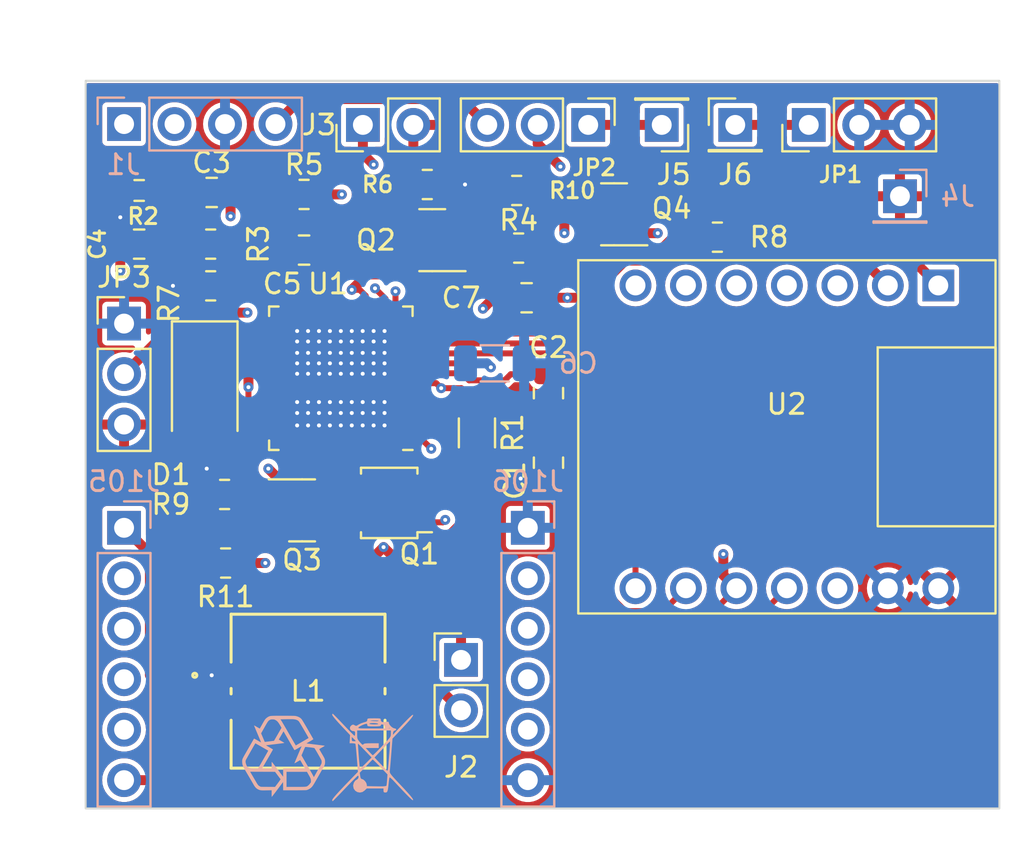
<source format=kicad_pcb>
(kicad_pcb (version 20221018) (generator pcbnew)
  (layers (0 "F.Cu" mixed) (1 "In1.Cu" power) (2 "In2.Cu" mixed) (31 "B.Cu" power) (34 "B.Paste" user) (35 "F.Paste" user) (36 "B.SilkS" user "B.Silkscreen") (37 "F.SilkS" user "F.Silkscreen") (38 "B.Mask" user) (39 "F.Mask" user) (44 "Edge.Cuts" user))
  (net 0 "")
  (net 2 "Net-(U1-SDI)")
  (net 3 "Net-(U1-SDO)")
  (net 4 "Net-(U1-SCK)")
  (net 5 "Net-(U1-NCS)")
  (net 12 "Net-(U1-LSNS1{slash}LSNS2)")
  (net 13 "Net-(U1-LSNS3{slash}LSNS4)")
  (net 22 "Net-(J105-Pin_1)")
  (net 23 "GND")
  (net 24 "Net-(Q1-G)")
  (net 25 "Net-(Q1-D)")
  (net 26 "Net-(Q2-G)")
  (net 27 "Net-(Q2-S)")
  (net 28 "Net-(Q2-D)")
  (net 29 "Net-(Q3-G)")
  (net 30 "Net-(Q3-S)")
  (net 31 "Net-(Q4-B)")
  (net 32 "Net-(Q4-E)")
  (net 33 "Net-(U1-CPO)")
  (net 34 "Net-(C3-Pad2)")
  (net 35 "Net-(C4-Pad2)")
  (net 36 "Net-(U1-INT)")
  (net 37 "Net-(U1-SW0)")
  (net 38 "/3.3V")
  (net 39 "Net-(U1-RT)")
  (net 40 "Net-(U2-PA4_A1_D1)")
  (net 41 "Net-(JP3-C)")
  (net 51 "Net-(J2-Pin_1)")
  (net 52 "Net-(J1-Pin_4)")
  (net 56 "Net-(J105-Pin_6)")
  (net 61 "Net-(D1-A1)")
  (net 62 "/OUT+")
  (net 63 "Net-(J5-Pin_1)")
  (net 64 "Net-(J6-Pin_1)")
  (net 65 "Net-(J3-Pin_1)")
  (footprint "Resistor_SMD:R_0805_2012Metric" (layer "F.Cu") (at 83.1 127.2)
    (fp_text reference "R3")
    (fp_text value "20")
  )
  (footprint "footprints:MSD7342_COC" (layer "F.Cu") (at 88 149.6999)
    (fp_text reference "L1")
    (fp_text value "MSD7342-683MLC")
  )
  (footprint "Capacitor_SMD:C_0805_2012Metric" (layer "F.Cu") (at 99 129.9)
    (fp_text reference "C7")
    (fp_text value "2.2n")
  )
  (footprint "Connector_PinHeader_2.54mm:PinHeader_1x03_P2.54mm_Vertical" (layer "F.Cu") (at 113.2 121.2 90)
    (fp_text reference "JP1")
    (fp_text value "Jumper_3_Open")
  )
  (footprint "Package_TO_SOT_SMD:SOT-23" (layer "F.Cu") (at 87.7 140.6)
    (fp_text reference "Q3")
    (fp_text value "BSS123")
  )
  (footprint "Resistor_SMD:R_0805_2012Metric" (layer "F.Cu") (at 94 124.2)
    (fp_text reference "R6")
    (fp_text value "5")
  )
  (footprint "Resistor_SMD:R_0805_2012Metric" (layer "F.Cu") (at 83.85 143.25)
    (fp_text reference "R11")
    (fp_text value "5k")
  )
  (footprint "Resistor_SMD:R_0805_2012Metric" (layer "F.Cu") (at 98.6 127.4 180)
    (fp_text reference "R4")
    (fp_text value "10k")
  )
  (footprint "Diode_SMD:D_SMA" (layer "F.Cu") (at 82.8 134.6 -90)
    (fp_text reference "D1")
    (fp_text value "SMAJ33A")
  )
  (footprint "Resistor_SMD:R_1206_3216Metric" (layer "F.Cu") (at 96.5 136.7 -90)
    (fp_text reference "R1")
    (fp_text value "0.62")
  )
  (footprint "Capacitor_SMD:C_0805_2012Metric" (layer "F.Cu") (at 87.8 127.5)
    (fp_text reference "C5")
    (fp_text value "2.2n")
  )
  (footprint "Connector_PinHeader_2.54mm:PinHeader_1x03_P2.54mm_Vertical" (layer "F.Cu") (at 102.1 121.2 -90)
    (fp_text reference "JP2")
    (fp_text value "Jumper_3_Open")
  )
  (footprint "Capacitor_SMD:C_0805_2012Metric" (layer "F.Cu") (at 79.5 127.2)
    (fp_text reference "C4")
    (fp_text value "2.2u")
  )
  (footprint "Resistor_SMD:R_0603_1608Metric" (layer "F.Cu") (at 79.5 124.5 180)
    (fp_text reference "R2")
    (fp_text value "50")
  )
  (footprint "Capacitor_SMD:C_0805_2012Metric" (layer "F.Cu") (at 83.15 124.6 180)
    (fp_text reference "C3")
    (fp_text value "0.1uF")
  )
  (footprint "Package_TO_SOT_SMD:SOT-23" (layer "F.Cu") (at 94.25 127 180)
    (fp_text reference "Q2")
    (fp_text value "BSS123")
  )
  (footprint "Connector_PinHeader_2.54mm:PinHeader_1x01_P2.54mm_Vertical" (layer "F.Cu") (at 109.5 121.2)
    (fp_text reference "J6")
    (fp_text value "Conn_01x01_Pin")
  )
  (footprint "Capacitor_SMD:C_0805_2012Metric" (layer "F.Cu") (at 100.1 134.7 90)
    (fp_text reference "C2")
    (fp_text value "1nF")
  )
  (footprint "Resistor_SMD:R_0805_2012Metric" (layer "F.Cu") (at 83.1 129.3 180)
    (fp_text reference "R7")
    (fp_text value "24.3k")
  )
  (footprint "Connector_PinHeader_2.54mm:PinHeader_1x03_P2.54mm_Vertical" (layer "F.Cu") (at 78.74 131.2)
    (fp_text reference "JP3")
    (fp_text value "Jumper_3_Open")
  )
  (footprint "Package_DFN_QFN:QFN-48-1EP_7x7mm_P0.5mm_EP5.3x5.3mm" (layer "F.Cu") (at 89.65 133.95 180)
    (fp_text reference "U1")
    (fp_text value "~")
  )
  (footprint "Resistor_SMD:R_0805_2012Metric" (layer "F.Cu") (at 108.6 126.85)
    (fp_text reference "R8")
    (fp_text value "5k")
  )
  (footprint "Connector_PinHeader_2.54mm:PinHeader_1x01_P2.54mm_Vertical" (layer "F.Cu") (at 105.8 121.2 180)
    (fp_text reference "J5")
    (fp_text value "Conn_01x01_Pin")
  )
  (footprint "Resistor_SMD:R_0805_2012Metric" (layer "F.Cu") (at 83.8 139.8 180)
    (fp_text reference "R9")
    (fp_text value "5")
  )
  (footprint "Connector_PinHeader_2.54mm:PinHeader_1x02_P2.54mm_Vertical" (layer "F.Cu") (at 95.7 148.125)
    (fp_text reference "J2")
    (fp_text value "Conn_01x02_Pin")
  )
  (footprint "Resistor_SMD:R_0805_2012Metric" (layer "F.Cu") (at 98.5 124.5)
    (fp_text reference "R10")
    (fp_text value "50k")
  )
  (footprint "Package_TO_SOT_SMD:LFPAK33" (layer "F.Cu") (at 92.285 140.226 180)
    (fp_text reference "Q1")
    (fp_text value "BUK7M45-40EX")
  )
  (footprint "Resistor_SMD:R_0805_2012Metric" (layer "F.Cu") (at 87.8 124.7)
    (fp_text reference "R5")
    (fp_text value "5k")
  )
  (footprint "Connector_PinHeader_2.54mm:PinHeader_1x02_P2.54mm_Vertical" (layer "F.Cu") (at 90.76 121.2 90)
    (fp_text reference "J3")
    (fp_text value "Conn_01x02_Pin")
  )
  (footprint "Package_TO_SOT_SMD:SOT-23" (layer "F.Cu") (at 103.4 125.7 180)
    (fp_text reference "Q4")
    (fp_text value "MMBTA06")
  )
  (footprint "Capacitor_SMD:C_0805_2012Metric" (layer "F.Cu") (at 100.1 138.2 -90)
    (fp_text reference "C1")
    (fp_text value "1uF")
  )
  (footprint "XIAO_PCB:MOUDLE14P-2.54-21X17.8MM" (layer "F.Cu") (at 112.1 136.9)
    (fp_text reference "U2")
    (fp_text value "MOUDLE-SEEEDUINO-XIAO")
  )
  (footprint "Capacitor_SMD:C_1206_3216Metric" (layer "B.Cu") (at 97.4 133.2)
    (fp_text reference "C6")
    (fp_text value "0.47u")
  )
  (footprint "Connector_PinHeader_2.54mm:PinHeader_1x04_P2.54mm_Vertical" (layer "B.Cu") (at 78.74 121.158 -90)
    (fp_text reference "J1")
    (fp_text value "Conn_01x04_Pin")
  )
  (footprint "LOGO" (layer "B.Cu") (at 86.770586 152.943258 180)
    (fp_text reference "G***" hide)
    (fp_text value "LOGO" hide)
  )
  (footprint "Connector_PinHeader_2.54mm:PinHeader_1x06_P2.54mm_Vertical" (layer "B.Cu") (at 99.06 141.478 180)
    (fp_text reference "J106")
    (fp_text value "Conn_01x06_Pin")
  )
  (footprint "Connector_PinHeader_2.54mm:PinHeader_1x01_P2.54mm_Vertical" (layer "B.Cu") (at 117.79 124.79 180)
    (fp_text reference "J4")
    (fp_text value "Conn_01x01_Pin")
  )
  (footprint "Connector_PinHeader_2.54mm:PinHeader_1x06_P2.54mm_Vertical" (layer "B.Cu") (at 78.74 141.478 180)
    (fp_text reference "J105")
    (fp_text value "Conn_01x06_Pin")
  )
  (footprint "LOGO" (layer "B.Cu") (at 91.32 152.39 180)
    (fp_text reference "G***" hide)
    (fp_text value "LOGO" hide)
  )
  (gr_rect (start 76.81 118.98) (end 122.79 155.6) (stroke (width 0.1)) (fill none) (layer "Edge.Cuts"))
  (segment (start 102.203553 133.624871) (end 101.278682 132.7) (width 0.3) (layer "F.Cu") (net 2))
  (segment (start 103.559341 146.67) (end 109.95 146.67) (width 0.3) (layer "F.Cu") (net 2))
  (segment (start 109.95 146.67) (end 112.1 144.52) (width 0.3) (layer "F.Cu") (net 2))
  (segment (start 102.203553 145.314212) (end 103.559341 146.67) (width 0.3) (layer "F.Cu") (net 2))
  (segment (start 102.203553 133.624871) (end 102.203553 145.314212) (width 0.3) (layer "F.Cu") (net 2))
  (segment (start 101.278682 132.7) (end 93.1 132.7) (width 0.3) (layer "F.Cu") (net 2))
  (segment (start 102.703553 133.417765) (end 102.703553 145.107106) (width 0.3) (layer "F.Cu") (net 3))
  (segment (start 84.7625 143.25) (end 85.85 143.25) (width 0.5) (layer "F.Cu") (net 3))
  (segment (start 103.766447 146.17) (end 107.91 146.17) (width 0.3) (layer "F.Cu") (net 3))
  (segment (start 102.703553 145.107106) (end 103.766447 146.17) (width 0.3) (layer "F.Cu") (net 3))
  (segment (start 108.9 143.86) (end 109.56 144.52) (width 0.5) (layer "F.Cu") (net 3))
  (segment (start 107.91 146.17) (end 109.56 144.52) (width 0.3) (layer "F.Cu") (net 3))
  (segment (start 108.9 143.86) (end 108.9 142.8) (width 0.5) (layer "F.Cu") (net 3))
  (segment (start 101.485788 132.2) (end 102.703553 133.417765) (width 0.3) (layer "F.Cu") (net 3))
  (segment (start 93.1 132.2) (end 101.485788 132.2) (width 0.3) (layer "F.Cu") (net 3))
  (via (at 108.9 142.8) (size 0.5) (drill 0.2) (layers "F.Cu" "B.Cu") (net 3))
  (via (at 85.85 143.25) (size 0.5) (drill 0.2) (layers "F.Cu" "B.Cu") (net 3))
  (segment (start 103.203553 133.210659) (end 103.203553 144.9) (width 0.3) (layer "F.Cu") (net 4))
  (segment (start 93.1 131.7) (end 101.692894 131.7) (width 0.3) (layer "F.Cu") (net 4))
  (segment (start 105.87 145.67) (end 107.02 144.52) (width 0.3) (layer "F.Cu") (net 4))
  (segment (start 103.973553 145.67) (end 105.87 145.67) (width 0.3) (layer "F.Cu") (net 4))
  (segment (start 107.02 144.52) (end 106.58 144.52) (width 0.5) (layer "F.Cu") (net 4))
  (segment (start 101.692894 131.7) (end 103.203553 133.210659) (width 0.3) (layer "F.Cu") (net 4))
  (segment (start 103.203553 144.9) (end 103.973553 145.67) (width 0.3) (layer "F.Cu") (net 4))
  (segment (start 104.48 133.78) (end 101.9 131.2) (width 0.3) (layer "F.Cu") (net 5))
  (segment (start 93.1 131.2) (end 101.9 131.2) (width 0.3) (layer "F.Cu") (net 5))
  (segment (start 104.48 144.52) (end 104.48 133.78) (width 0.3) (layer "F.Cu") (net 5))
  (segment (start 86.2 132.2) (end 86.2 132.7) (width 0.3) (layer "F.Cu") (net 12))
  (segment (start 86.2 132.7) (end 86.2 133.2) (width 0.3) (layer "F.Cu") (net 12))
  (segment (start 86.2 133.7) (end 86.2 134.2) (width 0.3) (layer "F.Cu") (net 13))
  (segment (start 86.2 134.7) (end 86.2 134.2) (width 0.3) (layer "F.Cu") (net 13))
  (segment (start 81.65 150.5) (end 80.04 148.89) (width 0.5) (layer "F.Cu") (net 22))
  (segment (start 85.0282 150.5) (end 81.65 150.5) (width 0.5) (layer "F.Cu") (net 22))
  (segment (start 80.04 148.89) (end 80.04 142.778) (width 0.5) (layer "F.Cu") (net 22))
  (segment (start 80.04 142.778) (end 78.74 141.478) (width 0.5) (layer "F.Cu") (net 22))
  (segment (start 82.1875 129.3) (end 81.2 129.3) (width 0.5) (layer "F.Cu") (net 23))
  (segment (start 82.9 136.7) (end 82.8 136.6) (width 0.5) (layer "F.Cu") (net 23))
  (segment (start 78.5875 125.8125) (end 78.55 125.85) (width 0.5) (layer "F.Cu") (net 23))
  (segment (start 83.1502 148.8998) (end 83.15 148.9) (width 0.5) (layer "F.Cu") (net 23))
  (segment (start 100.1 139.15) (end 98.85 139.15) (width 0.5) (layer "F.Cu") (net 23))
  (segment (start 78.5875 124.6) (end 78.5875 125.8125) (width 0.5) (layer "F.Cu") (net 23))
  (segment (start 82.8875 139.8) (end 82.8875 138.5125) (width 0.5) (layer "F.Cu") (net 23))
  (segment (start 88.4 131.425) (end 88.55 131.575) (width 0.3) (layer "F.Cu") (net 23))
  (segment (start 94.9125 124.2) (end 95.9 124.2) (width 0.5) (layer "F.Cu") (net 23))
  (segment (start 86.9 130.5) (end 86.9 131.025) (width 0.3) (layer "F.Cu") (net 23))
  (segment (start 86.2 131.2) (end 87.075 131.2) (width 0.3) (layer "F.Cu") (net 23))
  (segment (start 86.2 131.7) (end 87.325 131.7) (width 0.3) (layer "F.Cu") (net 23))
  (segment (start 82.8875 138.5125) (end 82.9 138.5) (width 0.5) (layer "F.Cu") (net 23))
  (segment (start 87.325 131.7) (end 87.45 131.575) (width 0.3) (layer "F.Cu") (net 23))
  (segment (start 85.0282 148.8998) (end 83.1502 148.8998) (width 0.5) (layer "F.Cu") (net 23))
  (segment (start 98.85 139.15) (end 98.7 139) (width 0.5) (layer "F.Cu") (net 23))
  (segment (start 82.8 138.4) (end 82.9 138.5) (width 0.5) (layer "F.Cu") (net 23))
  (segment (start 87.075 131.2) (end 87.45 131.575) (width 0.3) (layer "F.Cu") (net 23))
  (segment (start 82.8 136.6) (end 82.8 138.4) (width 0.5) (layer "F.Cu") (net 23))
  (segment (start 86.9 131.025) (end 87.075 131.2) (width 0.3) (layer "F.Cu") (net 23))
  (segment (start 88.4 130.5) (end 88.4 131.425) (width 0.3) (layer "F.Cu") (net 23))
  (via (at 88.55 135.7) (size 0.5) (drill 0.2) (layers "F.Cu" "B.Cu") (net 23))
  (via (at 91.3 131.575) (size 0.5) (drill 0.2) (layers "F.Cu" "B.Cu") (net 23))
  (via (at 87.45 131.575) (size 0.5) (drill 0.2) (layers "F.Cu" "B.Cu") (net 23))
  (via (at 91.85 131.575) (size 0.5) (drill 0.2) (layers "F.Cu" "B.Cu") (net 23))
  (via (at 89.1 136.325) (size 0.5) (drill 0.2) (layers "F.Cu" "B.Cu") (net 23))
  (via (at 90.75 135.15) (size 0.5) (drill 0.2) (layers "F.Cu" "B.Cu") (net 23))
  (via (at 89.65 136.325) (size 0.5) (drill 0.2) (layers "F.Cu" "B.Cu") (net 23))
  (via (at 88 132.675) (size 0.5) (drill 0.2) (layers "F.Cu" "B.Cu") (net 23))
  (via (at 91.85 136.325) (size 0.5) (drill 0.2) (layers "F.Cu" "B.Cu") (net 23))
  (via (at 87.45 135.7) (size 0.5) (drill 0.2) (layers "F.Cu" "B.Cu") (net 23))
  (via (at 90.2 132.1) (size 0.5) (drill 0.2) (layers "F.Cu" "B.Cu") (net 23))
  (via (at 89.65 135.15) (size 0.5) (drill 0.2) (layers "F.Cu" "B.Cu") (net 23))
  (via (at 87.45 133.2) (size 0.5) (drill 0.2) (layers "F.Cu" "B.Cu") (net 23))
  (via (at 91.3 132.675) (size 0.5) (drill 0.2) (layers "F.Cu" "B.Cu") (net 23))
  (via (at 88 135.7) (size 0.5) (drill 0.2) (layers "F.Cu" "B.Cu") (net 23))
  (via (at 87.45 133.725) (size 0.5) (drill 0.2) (layers "F.Cu" "B.Cu") (net 23))
  (via (at 91.3 133.725) (size 0.5) (drill 0.2) (layers "F.Cu" "B.Cu") (net 23))
  (via (at 88 136.325) (size 0.5) (drill 0.2) (layers "F.Cu" "B.Cu") (net 23))
  (via (at 88 132.1) (size 0.5) (drill 0.2) (layers "F.Cu" "B.Cu") (net 23))
  (via (at 91.3 132.1) (size 0.5) (drill 0.2) (layers "F.Cu" "B.Cu") (net 23))
  (via (at 91.3 133.2) (size 0.5) (drill 0.2) (layers "F.Cu" "B.Cu") (net 23))
  (via (at 87.45 132.1) (size 0.5) (drill 0.2) (layers "F.Cu" "B.Cu") (net 23))
  (via (at 78.55 125.85) (size 0.5) (drill 0.2) (layers "F.Cu" "B.Cu") (net 23))
  (via (at 87.45 132.675) (size 0.5) (drill 0.2) (layers "F.Cu" "B.Cu") (net 23))
  (via (at 81.2 129.3) (size 0.5) (drill 0.2) (layers "F.Cu" "B.Cu") (net 23))
  (via (at 87.45 135.15) (size 0.5) (drill 0.2) (layers "F.Cu" "B.Cu") (net 23))
  (via (at 89.1 132.675) (size 0.5) (drill 0.2) (layers "F.Cu" "B.Cu") (net 23))
  (via (at 89.1 132.1) (size 0.5) (drill 0.2) (layers "F.Cu" "B.Cu") (net 23))
  (via (at 90.75 136.325) (size 0.5) (drill 0.2) (layers "F.Cu" "B.Cu") (net 23))
  (via (at 91.85 132.1) (size 0.5) (drill 0.2) (layers "F.Cu" "B.Cu") (net 23))
  (via (at 90.75 132.675) (size 0.5) (drill 0.2) (layers "F.Cu" "B.Cu") (net 23))
  (via (at 91.3 135.7) (size 0.5) (drill 0.2) (layers "F.Cu" "B.Cu") (net 23))
  (via (at 91.3 136.325) (size 0.5) (drill 0.2) (layers "F.Cu" "B.Cu") (net 23))
  (via (at 87.45 136.325) (size 0.5) (drill 0.2) (layers "F.Cu" "B.Cu") (net 23))
  (via (at 91.85 132.675) (size 0.5) (drill 0.2) (layers "F.Cu" "B.Cu") (net 23))
  (via (at 98.7 139) (size 0.5) (drill 0.2) (layers "F.Cu" "B.Cu") (net 23))
  (via (at 88 133.725) (size 0.5) (drill 0.2) (layers "F.Cu" "B.Cu") (net 23))
  (via (at 91.85 133.725) (size 0.5) (drill 0.2) (layers "F.Cu" "B.Cu") (net 23))
  (via (at 88.55 135.15) (size 0.5) (drill 0.2) (layers "F.Cu" "B.Cu") (net 23))
  (via (at 90.75 132.1) (size 0.5) (drill 0.2) (layers "F.Cu" "B.Cu") (net 23))
  (via (at 83.15 148.9) (size 0.5) (drill 0.2) (layers "F.Cu" "B.Cu") (net 23))
  (via (at 89.65 133.2) (size 0.5) (drill 0.2) (layers "F.Cu" "B.Cu") (net 23))
  (via (at 91.3 135.15) (size 0.5) (drill 0.2) (layers "F.Cu" "B.Cu") (net 23))
  (via (at 91.85 135.7) (size 0.5) (drill 0.2) (layers "F.Cu" "B.Cu") (net 23))
  (via (at 90.75 133.2) (size 0.5) (drill 0.2) (layers "F.Cu" "B.Cu") (net 23))
  (via (at 88.55 131.575) (size 0.5) (drill 0.2) (layers "F.Cu" "B.Cu") (net 23))
  (via (at 90.2 132.675) (size 0.5) (drill 0.2) (layers "F.Cu" "B.Cu") (net 23))
  (via (at 88.55 136.325) (size 0.5) (drill 0.2) (layers "F.Cu" "B.Cu") (net 23))
  (via (at 91.85 133.2) (size 0.5) (drill 0.2) (layers "F.Cu" "B.Cu") (net 23))
  (via (at 90.2 133.2) (size 0.5) (drill 0.2) (layers "F.Cu" "B.Cu") (net 23))
  (via (at 88.55 132.675) (size 0.5) (drill 0.2) (layers "F.Cu" "B.Cu") (net 23))
  (via (at 90.75 135.7) (size 0.5) (drill 0.2) (layers "F.Cu" "B.Cu") (net 23))
  (via (at 89.1 133.725) (size 0.5) (drill 0.2) (layers "F.Cu" "B.Cu") (net 23))
  (via (at 89.1 131.575) (size 0.5) (drill 0.2) (layers "F.Cu" "B.Cu") (net 23))
  (via (at 88 131.575) (size 0.5) (drill 0.2) (layers "F.Cu" "B.Cu") (net 23))
  (via (at 89.65 132.1) (size 0.5) (drill 0.2) (layers "F.Cu" "B.Cu") (net 23))
  (via (at 90.75 131.575) (size 0.5) (drill 0.2) (layers "F.Cu" "B.Cu") (net 23))
  (via (at 82.9 138.5) (size 0.5) (drill 0.2) (layers "F.Cu" "B.Cu") (net 23))
  (via (at 95.9 124.2) (size 0.5) (drill 0.2) (layers "F.Cu" "B.Cu") (net 23))
  (via (at 89.1 135.7) (size 0.5) (drill 0.2) (layers "F.Cu" "B.Cu") (net 23))
  (via (at 88 135.15) (size 0.5) (drill 0.2) (layers "F.Cu" "B.Cu") (net 23))
  (via (at 88.55 133.725) (size 0.5) (drill 0.2) (layers "F.Cu" "B.Cu") (net 23))
  (via (at 90.2 133.725) (size 0.5) (drill 0.2) (layers "F.Cu" "B.Cu") (net 23))
  (via (at 90.2 135.7) (size 0.5) (drill 0.2) (layers "F.Cu" "B.Cu") (net 23))
  (via (at 91.85 135.15) (size 0.5) (drill 0.2) (layers "F.Cu" "B.Cu") (net 23))
  (via (at 89.65 132.675) (size 0.5) (drill 0.2) (layers "F.Cu" "B.Cu") (net 23))
  (via (at 89.65 135.7) (size 0.5) (drill 0.2) (layers "F.Cu" "B.Cu") (net 23))
  (via (at 90.2 135.15) (size 0.5) (drill 0.2) (layers "F.Cu" "B.Cu") (net 23))
  (via (at 90.2 131.575) (size 0.5) (drill 0.2) (layers "F.Cu" "B.Cu") (net 23))
  (via (at 89.65 133.725) (size 0.5) (drill 0.2) (layers "F.Cu" "B.Cu") (net 23))
  (via (at 90.75 133.725) (size 0.5) (drill 0.2) (layers "F.Cu" "B.Cu") (net 23))
  (via (at 88 133.2) (size 0.5) (drill 0.2) (layers "F.Cu" "B.Cu") (net 23))
  (via (at 89.65 131.575) (size 0.5) (drill 0.2) (layers "F.Cu" "B.Cu") (net 23))
  (via (at 89.1 133.2) (size 0.5) (drill 0.2) (layers "F.Cu" "B.Cu") (net 23))
  (via (at 90.2 136.325) (size 0.5) (drill 0.2) (layers "F.Cu" "B.Cu") (net 23))
  (via (at 88.55 133.2) (size 0.5) (drill 0.2) (layers "F.Cu" "B.Cu") (net 23))
  (via (at 88.55 132.1) (size 0.5) (drill 0.2) (layers "F.Cu" "B.Cu") (net 23))
  (via (at 89.1 135.15) (size 0.5) (drill 0.2) (layers "F.Cu" "B.Cu") (net 23))
  (segment (start 94.085788 136.2) (end 93.1 136.2) (width 0.3) (layer "F.Cu") (net 24))
  (segment (start 94.649 139.251) (end 95.1 138.8) (width 0.3) (layer "F.Cu") (net 24))
  (segment (start 93.82 139.251) (end 93.85 139.221) (width 0.3) (layer "F.Cu") (net 24))
  (segment (start 95.1 137.214212) (end 94.085788 136.2) (width 0.3) (layer "F.Cu") (net 24))
  (segment (start 93.82 139.251) (end 94.649 139.251) (width 0.3) (layer "F.Cu") (net 24))
  (segment (start 95.1 138.8) (end 95.1 137.214212) (width 0.3) (layer "F.Cu") (net 24))
  (segment (start 95.12131 141.851) (end 96.5 140.47231) (width 0.5) (layer "F.Cu") (net 25))
  (segment (start 92.955 141.851) (end 95.12131 141.851) (width 0.5) (layer "F.Cu") (net 25))
  (segment (start 91.88 140.226) (end 91.88 140.776) (width 0.5) (layer "F.Cu") (net 25))
  (segment (start 96.5 137.5) (end 96.1 137.1) (width 0.3) (layer "F.Cu") (net 25))
  (segment (start 94.292894 135.7) (end 93.1 135.7) (width 0.3) (layer "F.Cu") (net 25))
  (segment (start 91.88 140.776) (end 92.955 141.851) (width 0.5) (layer "F.Cu") (net 25))
  (segment (start 96.1 137.1) (end 95.692894 137.1) (width 0.3) (layer "F.Cu") (net 25))
  (segment (start 95.692894 137.1) (end 94.292894 135.7) (width 0.3) (layer "F.Cu") (net 25))
  (segment (start 96.5 138.1625) (end 96.5 137.5) (width 0.3) (layer "F.Cu") (net 25))
  (segment (start 96.5 140.47231) (end 96.5 138.1625) (width 0.5) (layer "F.Cu") (net 25))
  (segment (start 88.75 127.5) (end 89.9 127.5) (width 0.5) (layer "F.Cu") (net 26))
  (segment (start 95.7375 127.4) (end 97.6875 127.4) (width 0.5) (layer "F.Cu") (net 26))
  (segment (start 95.1875 127.95) (end 95.7375 127.4) (width 0.5) (layer "F.Cu") (net 26))
  (segment (start 95.1875 127.95) (end 90.35 127.95) (width 0.5) (layer "F.Cu") (net 26))
  (segment (start 97.6875 127.1) (end 97.425 127.1) (width 0.5) (layer "F.Cu") (net 26))
  (segment (start 90.35 127.95) (end 89.9 127.5) (width 0.5) (layer "F.Cu") (net 26))
  (segment (start 93.65 126.05) (end 93.0875 125.4875) (width 0.5) (layer "F.Cu") (net 27))
  (segment (start 93.0875 125.4875) (end 93.0875 124.2) (width 0.5) (layer "F.Cu") (net 27))
  (segment (start 95.1875 126.05) (end 93.65 126.05) (width 0.5) (layer "F.Cu") (net 27))
  (segment (start 87.1 126.1) (end 89.66005 126.1) (width 0.5) (layer "F.Cu") (net 28))
  (segment (start 86.85 127.5) (end 86.85 126.35) (width 0.5) (layer "F.Cu") (net 28))
  (segment (start 93.3125 127) (end 90.56005 127) (width 0.5) (layer "F.Cu") (net 28))
  (segment (start 85.2 127.2) (end 85.5 127.5) (width 0.5) (layer "F.Cu") (net 28))
  (segment (start 86.85 126.35) (end 87.1 126.1) (width 0.5) (layer "F.Cu") (net 28))
  (segment (start 84.0125 127.2) (end 85.2 127.2) (width 0.5) (layer "F.Cu") (net 28))
  (segment (start 90.56005 127) (end 89.66005 126.1) (width 0.5) (layer "F.Cu") (net 28))
  (segment (start 85.5 127.5) (end 86.85 127.5) (width 0.5) (layer "F.Cu") (net 28))
  (segment (start 86.7625 139.2625) (end 86 138.5) (width 0.5) (layer "F.Cu") (net 29))
  (segment (start 105.209949 128.03) (end 106.389949 126.85) (width 0.5) (layer "F.Cu") (net 29))
  (segment (start 86.7625 139.65) (end 86.55 139.65) (width 0.5) (layer "F.Cu") (net 29))
  (segment (start 99.95 129.9) (end 101.05 129.9) (width 0.5) (layer "F.Cu") (net 29))
  (segment (start 106.389949 126.85) (end 107.6875 126.85) (width 0.5) (layer "F.Cu") (net 29))
  (segment (start 102.092233 129.9) (end 103.962233 128.03) (width 0.5) (layer "F.Cu") (net 29))
  (segment (start 86.7625 139.65) (end 86.7625 139.2625) (width 0.5) (layer "F.Cu") (net 29))
  (segment (start 103.962233 128.03) (end 105.209949 128.03) (width 0.5) (layer "F.Cu") (net 29))
  (segment (start 101.05 129.9) (end 102.092233 129.9) (width 0.5) (layer "F.Cu") (net 29))
  (via (at 101.05 129.9) (size 0.5) (drill 0.2) (layers "F.Cu" "B.Cu") (net 29))
  (via (at 86 138.5) (size 0.5) (drill 0.2) (layers "F.Cu" "B.Cu") (net 29))
  (segment (start 84.7125 139.8) (end 84.7125 141.2125) (width 0.5) (layer "F.Cu") (net 30))
  (segment (start 84.7125 141.2125) (end 85.05 141.55) (width 0.5) (layer "F.Cu") (net 30))
  (segment (start 85.05 141.55) (end 86.7625 141.55) (width 0.5) (layer "F.Cu") (net 30))
  (segment (start 100.9 125) (end 100.9 126.65) (width 0.5) (layer "F.Cu") (net 31))
  (segment (start 100.4 124.5) (end 100.9 125) (width 0.5) (layer "F.Cu") (net 31))
  (segment (start 105.6 126.65) (end 104.3375 126.65) (width 0.5) (layer "F.Cu") (net 31))
  (segment (start 99.4125 124.5) (end 100.4 124.5) (width 0.5) (layer "F.Cu") (net 31))
  (via (at 100.9 126.65) (size 0.5) (drill 0.2) (layers "F.Cu" "B.Cu") (net 31))
  (via (at 105.6 126.65) (size 0.5) (drill 0.2) (layers "F.Cu" "B.Cu") (net 31))
  (segment (start 119.72 129.28) (end 117.74 127.3) (width 0.5) (layer "F.Cu") (net 32))
  (segment (start 116.18995 127.3) (end 114.43995 125.55) (width 0.5) (layer "F.Cu") (net 32))
  (segment (start 107.752082 124.75) (end 108.552082 125.55) (width 0.5) (layer "F.Cu") (net 32))
  (segment (start 114.43995 125.55) (end 108.552082 125.55) (width 0.5) (layer "F.Cu") (net 32))
  (segment (start 117.74 127.3) (end 116.18995 127.3) (width 0.5) (layer "F.Cu") (net 32))
  (segment (start 104.3375 124.75) (end 107.752082 124.75) (width 0.5) (layer "F.Cu") (net 32))
  (segment (start 96.105 134.055) (end 97.895 134.055) (width 0.3) (layer "F.Cu") (net 33))
  (segment (start 97.895 134.055) (end 98.2 133.75) (width 0.3) (layer "F.Cu") (net 33))
  (segment (start 95.75 133.7) (end 96.105 134.055) (width 0.3) (layer "F.Cu") (net 33))
  (segment (start 98.2 133.75) (end 100.1 133.75) (width 0.3) (layer "F.Cu") (net 33))
  (segment (start 93.1 133.7) (end 95.75 133.7) (width 0.3) (layer "F.Cu") (net 33))
  (segment (start 80.4125 124.6) (end 82.2 124.6) (width 0.5) (layer "F.Cu") (net 34))
  (segment (start 82.1875 127.2) (end 80.45 127.2) (width 0.5) (layer "F.Cu") (net 35))
  (segment (start 97 133.2) (end 93.1 133.2) (width 0.3) (layer "F.Cu") (net 36))
  (segment (start 97.2 133.4) (end 97 133.2) (width 0.3) (layer "F.Cu") (net 36))
  (via (at 97.2 133.4) (size 0.5) (drill 0.2) (layers "F.Cu" "B.Cu") (net 36))
  (segment (start 97 133.2) (end 97.2 133.4) (width 0.5) (layer "B.Cu") (net 36))
  (segment (start 95.925 133.2) (end 97 133.2) (width 0.5) (layer "B.Cu") (net 36))
  (segment (start 90.975 128.725) (end 90.2 129.5) (width 0.5) (layer "F.Cu") (net 37))
  (segment (start 90.6 129.5) (end 90.2 129.5) (width 0.3) (layer "F.Cu") (net 37))
  (segment (start 88.7125 124.7) (end 89.7 124.7) (width 0.5) (layer "F.Cu") (net 37))
  (segment (start 99.5125 127.4) (end 98.1875 128.725) (width 0.5) (layer "F.Cu") (net 37))
  (segment (start 90.9 129.8) (end 90.6 129.5) (width 0.3) (layer "F.Cu") (net 37))
  (segment (start 98.1875 128.725) (end 90.975 128.725) (width 0.5) (layer "F.Cu") (net 37))
  (segment (start 90.9 129.8) (end 90.9 130.5) (width 0.3) (layer "F.Cu") (net 37))
  (segment (start 99.5125 127.0125) (end 99.5125 127.1) (width 0.5) (layer "F.Cu") (net 37))
  (via (at 90.2 129.5) (size 0.5) (drill 0.2) (layers "F.Cu" "B.Cu") (net 37))
  (via (at 89.7 124.7) (size 0.5) (drill 0.2) (layers "F.Cu" "B.Cu") (net 37))
  (segment (start 87.7 129.3) (end 87.9 129.5) (width 0.5) (layer "F.Cu") (net 39))
  (segment (start 87.9 130.5) (end 87.9 129.873482) (width 0.3) (layer "F.Cu") (net 39))
  (segment (start 87.9 129.5) (end 87.9 129.873482) (width 0.5) (layer "F.Cu") (net 39))
  (segment (start 84.0125 129.3) (end 87.7 129.3) (width 0.5) (layer "F.Cu") (net 39))
  (segment (start 109.5125 126.85) (end 114.75 126.85) (width 0.5) (layer "F.Cu") (net 40))
  (segment (start 114.75 126.85) (end 117.18 129.28) (width 0.5) (layer "F.Cu") (net 40))
  (segment (start 92.4 130.5) (end 92.4 129.575) (width 0.3) (layer "F.Cu") (net 41))
  (segment (start 81.83 130.65) (end 84.95 130.65) (width 0.5) (layer "F.Cu") (net 41))
  (segment (start 78.74 133.74) (end 81.83 130.65) (width 0.5) (layer "F.Cu") (net 41))
  (via (at 84.95 130.65) (size 0.5) (drill 0.2) (layers "F.Cu" "B.Cu") (net 41))
  (via (at 92.4 129.575) (size 0.5) (drill 0.2) (layers "F.Cu" "B.Cu") (net 41))
  (segment (start 99.4 128.55) (end 101.6 128.55) (width 0.5) (layer "F.Cu") (net 51))
  (segment (start 102.4625 127.6875) (end 102.4625 125.7) (width 0.5) (layer "F.Cu") (net 51))
  (segment (start 89.15 143.15) (end 91.1 143.15) (width 0.5) (layer "F.Cu") (net 51))
  (segment (start 98.05 129.9) (end 97.35 129.9) (width 0.5) (layer "F.Cu") (net 51))
  (segment (start 88.6375 140.6) (end 88.6375 142.6375) (width 0.5) (layer "F.Cu") (net 51))
  (segment (start 91.8 142.45) (end 95.7 146.35) (width 0.5) (layer "F.Cu") (net 51))
  (segment (start 95.7 146.35) (end 95.7 148.125) (width 0.5) (layer "F.Cu") (net 51))
  (segment (start 97.35 129.9) (end 96.8 130.45) (width 0.5) (layer "F.Cu") (net 51))
  (segment (start 88.6375 142.6375) (end 89.15 143.15) (width 0.5) (layer "F.Cu") (net 51))
  (segment (start 101.6 128.55) (end 102.4625 127.6875) (width 0.5) (layer "F.Cu") (net 51))
  (segment (start 98.25 129.8) (end 98.35 129.7) (width 0.3) (layer "F.Cu") (net 51))
  (segment (start 98.05 129.9) (end 99.4 128.55) (width 0.5) (layer "F.Cu") (net 51))
  (segment (start 91.1 143.15) (end 91.8 142.45) (width 0.5) (layer "F.Cu") (net 51))
  (via (at 91.8 142.45) (size 0.5) (drill 0.2) (layers "F.Cu" "B.Cu") (net 51))
  (via (at 96.8 130.45) (size 0.5) (drill 0.2) (layers "F.Cu" "B.Cu") (net 51))
  (segment (start 95.72 119.9) (end 87.618 119.9) (width 0.5) (layer "F.Cu") (net 52))
  (segment (start 87.618 119.9) (end 86.36 121.158) (width 0.5) (layer "F.Cu") (net 52))
  (segment (start 97.02 121.2) (end 95.72 119.9) (width 0.5) (layer "F.Cu") (net 52))
  (segment (start 80.478 154.178) (end 78.74 154.178) (width 0.5) (layer "F.Cu") (net 56))
  (segment (start 90.9718 154.0782) (end 90.75 154.3) (width 0.5) (layer "F.Cu") (net 56))
  (segment (start 90.9718 150.5) (end 90.9718 154.0782) (width 0.5) (layer "F.Cu") (net 56))
  (segment (start 80.6 154.3) (end 80.478 154.178) (width 0.5) (layer "F.Cu") (net 56))
  (segment (start 90.75 154.3) (end 80.6 154.3) (width 0.5) (layer "F.Cu") (net 56))
  (segment (start 84.4 132.6) (end 85 133.2) (width 0.5) (layer "F.Cu") (net 61))
  (segment (start 85 133.2) (end 85 134.4) (width 0.5) (layer "F.Cu") (net 61))
  (segment (start 86.2 136.7) (end 86.2 136.2) (width 0.3) (layer "F.Cu") (net 61))
  (segment (start 87.9 137.885096) (end 87.635096 138.15) (width 0.3) (layer "F.Cu") (net 61))
  (segment (start 96.5 135.2375) (end 96.5 136.1) (width 0.3) (layer "F.Cu") (net 61))
  (segment (start 86.2 137.7) (end 86.2 136.7) (width 0.3) (layer "F.Cu") (net 61))
  (segment (start 88.664904 138.15) (end 88.4 137.885096) (width 0.3) (layer "F.Cu") (net 61))
  (segment (start 91.635096 138.15) (end 90.664904 138.15) (width 0.3) (layer "F.Cu") (net 61))
  (segment (start 98.45 135.65) (end 100.1 135.65) (width 0.5) (layer "F.Cu") (net 61))
  (segment (start 86.65 138.15) (end 86.2 137.7) (width 0.3) (layer "F.Cu") (net 61))
  (segment (start 94.5 135.2) (end 93.1 135.2) (width 0.3) (layer "F.Cu") (net 61))
  (segment (start 92.4 137.4) (end 91.9 137.4) (width 0.3) (layer "F.Cu") (net 61))
  (segment (start 88.4 137.885096) (end 88.4 137.4) (width 0.3) (layer "F.Cu") (net 61))
  (segment (start 89.9 137.4) (end 89.9 137.885096) (width 0.3) (layer "F.Cu") (net 61))
  (segment (start 85.714904 136.2) (end 85 135.485096) (width 0.3) (layer "F.Cu") (net 61))
  (segment (start 82.8 132.6) (end 84.4 132.6) (width 0.5) (layer "F.Cu") (net 61))
  (segment (start 95.6 136.3) (end 94.5 135.2) (width 0.3) (layer "F.Cu") (net 61))
  (segment (start 98.2 135.4) (end 98.45 135.65) (width 0.5) (layer "F.Cu") (net 61))
  (segment (start 98.2 135.4) (end 96.6625 135.4) (width 0.5) (layer "F.Cu") (net 61))
  (segment (start 91.9 137.885096) (end 91.635096 138.15) (width 0.3) (layer "F.Cu") (net 61))
  (segment (start 86.2 136.2) (end 85.714904 136.2) (width 0.3) (layer "F.Cu") (net 61))
  (segment (start 89.635096 138.15) (end 88.664904 138.15) (width 0.3) (layer "F.Cu") (net 61))
  (segment (start 93.1 134.2) (end 94.45 134.2) (width 0.3) (layer "F.Cu") (net 61))
  (segment (start 87.635096 138.15) (end 86.65 138.15) (width 0.3) (layer "F.Cu") (net 61))
  (segment (start 96.5 136.1) (end 96.3 136.3) (width 0.3) (layer "F.Cu") (net 61))
  (segment (start 87.9 137.4) (end 87.9 137.885096) (width 0.3) (layer "F.Cu") (net 61))
  (segment (start 89.9 137.885096) (end 89.635096 138.15) (width 0.3) (layer "F.Cu") (net 61))
  (segment (start 100.1 137.25) (end 100.1 135.65) (width 0.5) (layer "F.Cu") (net 61))
  (segment (start 91.9 137.4) (end 91.9 137.885096) (width 0.3) (layer "F.Cu") (net 61))
  (segment (start 90.664904 138.15) (end 90.4 137.885096) (width 0.3) (layer "F.Cu") (net 61))
  (segment (start 99.56 122.16) (end 100.7 123.3) (width 0.5) (layer "F.Cu") (net 61))
  (segment (start 96.3 136.3) (end 95.6 136.3) (width 0.3) (layer "F.Cu") (net 61))
  (segment (start 85 135.485096) (end 85 134.4) (width 0.3) (layer "F.Cu") (net 61))
  (segment (start 88.4 137.4) (end 87.9 137.4) (width 0.3) (layer "F.Cu") (net 61))
  (segment (start 96.6625 135.4) (end 96.5 135.2375) (width 0.5) (layer "F.Cu") (net 61))
  (segment (start 90.4 137.885096) (end 90.4 137.4) (width 0.3) (layer "F.Cu") (net 61))
  (segment (start 90.4 137.4) (end 89.9 137.4) (width 0.3) (layer "F.Cu") (net 61))
  (segment (start 99.56 121.2) (end 99.56 122.16) (width 0.5) (layer "F.Cu") (net 61))
  (segment (start 94.45 134.2) (end 94.7 134.45) (width 0.3) (layer "F.Cu") (net 61))
  (segment (start 95.7125 134.45) (end 96.5 135.2375) (width 0.3) (layer "F.Cu") (net 61))
  (segment (start 94.7 134.45) (end 95.7125 134.45) (width 0.3) (layer "F.Cu") (net 61))
  (via (at 85 134.4) (size 0.5) (drill 0.2) (layers "F.Cu" "B.Cu") (net 61))
  (via (at 94.7 134.45) (size 0.5) (drill 0.2) (layers "F.Cu" "B.Cu") (net 61))
  (via (at 100.7 123.3) (size 0.5) (drill 0.2) (layers "F.Cu" "B.Cu") (net 61))
  (segment (start 93.9348 148.8998) (end 95.7 150.665) (width 0.5) (layer "F.Cu") (net 62))
  (segment (start 78.55 127.2) (end 78.55 128.55) (width 0.5) (layer "F.Cu") (net 62))
  (segment (start 90.9718 148.8998) (end 93.9348 148.8998) (width 0.5) (layer "F.Cu") (net 62))
  (segment (start 93.82 140.551) (end 93.82 139.901) (width 0.3) (layer "F.Cu") (net 62))
  (segment (start 93.4 136.7) (end 94.2 137.5) (width 0.3) (layer "F.Cu") (net 62))
  (segment (start 93.82 141.201) (end 93.82 140.551) (width 0.3) (layer "F.Cu") (net 62))
  (segment (start 84.1 124.6) (end 84.1 125.8) (width 0.5) (layer "F.Cu") (net 62))
  (segment (start 94.78136 141.201) (end 94.90368 141.07868) (width 0.3) (layer "F.Cu") (net 62))
  (segment (start 93.82 141.201) (end 94.78136 141.201) (width 0.3) (layer "F.Cu") (net 62))
  (segment (start 93.1 136.7) (end 93.4 136.7) (width 0.3) (layer "F.Cu") (net 62))
  (via (at 94.90368 141.07868) (size 0.5) (drill 0.2) (layers "F.Cu" "B.Cu") (net 62))
  (via (at 78.55 128.55) (size 0.5) (drill 0.2) (layers "F.Cu" "B.Cu") (net 62))
  (via (at 84.1 125.8) (size 0.5) (drill 0.2) (layers "F.Cu" "B.Cu") (net 62))
  (via (at 94.2 137.5) (size 0.5) (drill 0.2) (layers "F.Cu" "B.Cu") (net 62))
  (segment (start 102.1 121.2) (end 105.8 121.2) (width 0.5) (layer "F.Cu") (net 63))
  (segment (start 109.5 121.2) (end 113.2 121.2) (width 0.5) (layer "F.Cu") (net 64))
  (segment (start 90.76 122.66) (end 91.3 123.2) (width 0.5) (layer "F.Cu") (net 65))
  (segment (start 90.76 121.2) (end 90.76 122.66) (width 0.5) (layer "F.Cu") (net 65))
  (segment (start 91.9 130.5) (end 91.9 129.955025) (width 0.3) (layer "F.Cu") (net 65))
  (segment (start 91.9 129.955025) (end 91.369975 129.425) (width 0.3) (layer "F.Cu") (net 65))
  (via (at 91.369975 129.425) (size 0.5) (drill 0.2) (layers "F.Cu" "B.Cu") (net 65))
  (via (at 91.3 123.2) (size 0.5) (drill 0.2) (layers "F.Cu" "B.Cu") (net 65))
  (zone (net 38) (net_name "/3.3V") (layer "F.Cu") (priority 4) (connect_pads (clearance 0.25)) (min_thickness 0.25) (fill yes (thermal_gap 0.5) (thermal_bridge_width 0.5))
    (polygon (pts (xy 76.8 119.1) (xy 123 119.1) (xy 123 156.1) (xy 76.8 156.1)))
  )
  (zone (net 23) (net_name "GND") (layer "B.Cu") (priority 5) (connect_pads (clearance 0.25)) (min_thickness 0.25) (fill yes (thermal_gap 0.5) (thermal_bridge_width 0.5))
    (polygon (pts (xy 76.8 119.1) (xy 123 119.1) (xy 123 156.1) (xy 76.8 156.1)))
  )
)
</source>
